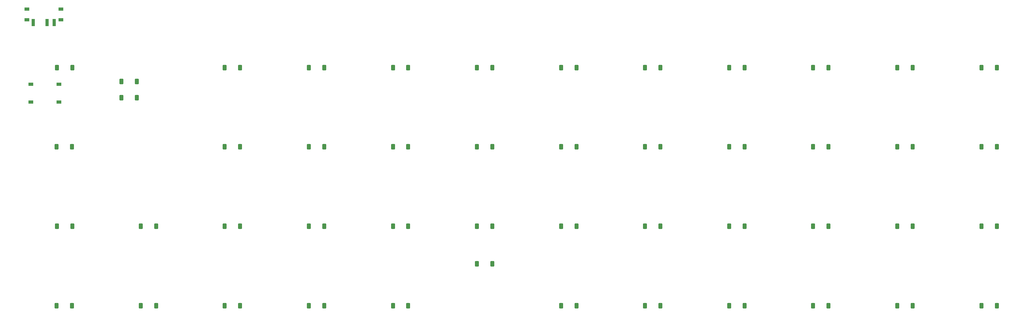
<source format=gbr>
%TF.GenerationSoftware,KiCad,Pcbnew,9.0.3-1.fc42*%
%TF.CreationDate,2025-09-11T11:22:30-04:00*%
%TF.ProjectId,48ish_soldered,34386973-685f-4736-9f6c-64657265642e,v1.0.0*%
%TF.SameCoordinates,Original*%
%TF.FileFunction,Paste,Bot*%
%TF.FilePolarity,Positive*%
%FSLAX46Y46*%
G04 Gerber Fmt 4.6, Leading zero omitted, Abs format (unit mm)*
G04 Created by KiCad (PCBNEW 9.0.3-1.fc42) date 2025-09-11 11:22:30*
%MOMM*%
%LPD*%
G01*
G04 APERTURE LIST*
G04 Aperture macros list*
%AMRoundRect*
0 Rectangle with rounded corners*
0 $1 Rounding radius*
0 $2 $3 $4 $5 $6 $7 $8 $9 X,Y pos of 4 corners*
0 Add a 4 corners polygon primitive as box body*
4,1,4,$2,$3,$4,$5,$6,$7,$8,$9,$2,$3,0*
0 Add four circle primitives for the rounded corners*
1,1,$1+$1,$2,$3*
1,1,$1+$1,$4,$5*
1,1,$1+$1,$6,$7*
1,1,$1+$1,$8,$9*
0 Add four rect primitives between the rounded corners*
20,1,$1+$1,$2,$3,$4,$5,0*
20,1,$1+$1,$4,$5,$6,$7,0*
20,1,$1+$1,$6,$7,$8,$9,0*
20,1,$1+$1,$8,$9,$2,$3,0*%
G04 Aperture macros list end*
%ADD10RoundRect,0.225000X0.225000X0.375000X-0.225000X0.375000X-0.225000X-0.375000X0.225000X-0.375000X0*%
%ADD11R,1.000000X0.750000*%
%ADD12R,1.000000X0.800000*%
%ADD13R,0.700000X1.500000*%
G04 APERTURE END LIST*
D10*
%TO.C,D1*%
X122400000Y-116500000D03*
X119100000Y-116500000D03*
%TD*%
%TO.C,D47*%
X320300000Y-150500000D03*
X317000000Y-150500000D03*
%TD*%
%TO.C,D40*%
X284300000Y-167500000D03*
X281000000Y-167500000D03*
%TD*%
%TO.C,D19*%
X194300000Y-150500000D03*
X191000000Y-150500000D03*
%TD*%
%TO.C,D39*%
X284300000Y-150500000D03*
X281000000Y-150500000D03*
%TD*%
%TO.C,D32*%
X248300000Y-167500000D03*
X245000000Y-167500000D03*
%TD*%
%TO.C,D16*%
X176300000Y-167500000D03*
X173000000Y-167500000D03*
%TD*%
D11*
%TO.C,SW50*%
X119500000Y-120125000D03*
X113500000Y-120125000D03*
X119500000Y-123875000D03*
X113500000Y-123875000D03*
%TD*%
D10*
%TO.C,D18*%
X194300000Y-133500000D03*
X191000000Y-133500000D03*
%TD*%
%TO.C,D37*%
X284300000Y-116500000D03*
X281000000Y-116500000D03*
%TD*%
%TO.C,D7*%
X140300000Y-150500000D03*
X137000000Y-150500000D03*
%TD*%
%TO.C,D27*%
X230300000Y-150500000D03*
X227000000Y-150500000D03*
%TD*%
%TO.C,D43*%
X302300000Y-150500000D03*
X299000000Y-150500000D03*
%TD*%
%TO.C,D33*%
X266300000Y-116500000D03*
X263000000Y-116500000D03*
%TD*%
%TO.C,D48*%
X320300000Y-167500000D03*
X317000000Y-167500000D03*
%TD*%
%TO.C,D14*%
X176300000Y-133500000D03*
X173000000Y-133500000D03*
%TD*%
%TO.C,D44*%
X302300000Y-167500000D03*
X299000000Y-167500000D03*
%TD*%
%TO.C,D5*%
X136150000Y-119500000D03*
X132850000Y-119500000D03*
%TD*%
%TO.C,D2*%
X122300000Y-133500000D03*
X119000000Y-133500000D03*
%TD*%
%TO.C,D22*%
X212300000Y-133500000D03*
X209000000Y-133500000D03*
%TD*%
%TO.C,D31*%
X248300000Y-150500000D03*
X245000000Y-150500000D03*
%TD*%
%TO.C,D36*%
X266300000Y-167500000D03*
X263000000Y-167500000D03*
%TD*%
%TO.C,D41*%
X302300000Y-116500000D03*
X299000000Y-116500000D03*
%TD*%
%TO.C,D9*%
X158300000Y-116500000D03*
X155000000Y-116500000D03*
%TD*%
%TO.C,D26*%
X230300000Y-133500000D03*
X227000000Y-133500000D03*
%TD*%
%TO.C,D8*%
X140300000Y-167500000D03*
X137000000Y-167500000D03*
%TD*%
%TO.C,D45*%
X320300000Y-116500000D03*
X317000000Y-116500000D03*
%TD*%
%TO.C,D29*%
X248300000Y-116500000D03*
X245000000Y-116500000D03*
%TD*%
%TO.C,D10*%
X158300000Y-133500000D03*
X155000000Y-133500000D03*
%TD*%
D12*
%TO.C,SW49*%
X112600000Y-104045000D03*
X112600000Y-106255000D03*
X119900000Y-104045000D03*
X119900000Y-106255000D03*
D13*
X114000000Y-106905000D03*
X117000000Y-106905000D03*
X118500000Y-106905000D03*
%TD*%
D10*
%TO.C,D17*%
X194300000Y-116500000D03*
X191000000Y-116500000D03*
%TD*%
%TO.C,D24*%
X212300000Y-158500000D03*
X209000000Y-158500000D03*
%TD*%
%TO.C,D34*%
X266300000Y-133500000D03*
X263000000Y-133500000D03*
%TD*%
%TO.C,D25*%
X230300000Y-116500000D03*
X227000000Y-116500000D03*
%TD*%
%TO.C,D11*%
X158300000Y-150500000D03*
X155000000Y-150500000D03*
%TD*%
%TO.C,D38*%
X284300000Y-133500000D03*
X281000000Y-133500000D03*
%TD*%
%TO.C,D13*%
X176300000Y-116500000D03*
X173000000Y-116500000D03*
%TD*%
%TO.C,D42*%
X302300000Y-133500000D03*
X299000000Y-133500000D03*
%TD*%
%TO.C,D35*%
X266300000Y-150500000D03*
X263000000Y-150500000D03*
%TD*%
%TO.C,D28*%
X230300000Y-167500000D03*
X227000000Y-167500000D03*
%TD*%
%TO.C,D20*%
X194300000Y-167500000D03*
X191000000Y-167500000D03*
%TD*%
%TO.C,D6*%
X136150000Y-123000000D03*
X132850000Y-123000000D03*
%TD*%
%TO.C,D23*%
X212300000Y-150500000D03*
X209000000Y-150500000D03*
%TD*%
%TO.C,D3*%
X122400000Y-150500000D03*
X119100000Y-150500000D03*
%TD*%
%TO.C,D21*%
X212300000Y-116500000D03*
X209000000Y-116500000D03*
%TD*%
%TO.C,D30*%
X248300000Y-133500000D03*
X245000000Y-133500000D03*
%TD*%
%TO.C,D15*%
X176300000Y-150500000D03*
X173000000Y-150500000D03*
%TD*%
%TO.C,D12*%
X158300000Y-167500000D03*
X155000000Y-167500000D03*
%TD*%
%TO.C,D4*%
X122300000Y-167500000D03*
X119000000Y-167500000D03*
%TD*%
%TO.C,D46*%
X320300000Y-133500000D03*
X317000000Y-133500000D03*
%TD*%
M02*

</source>
